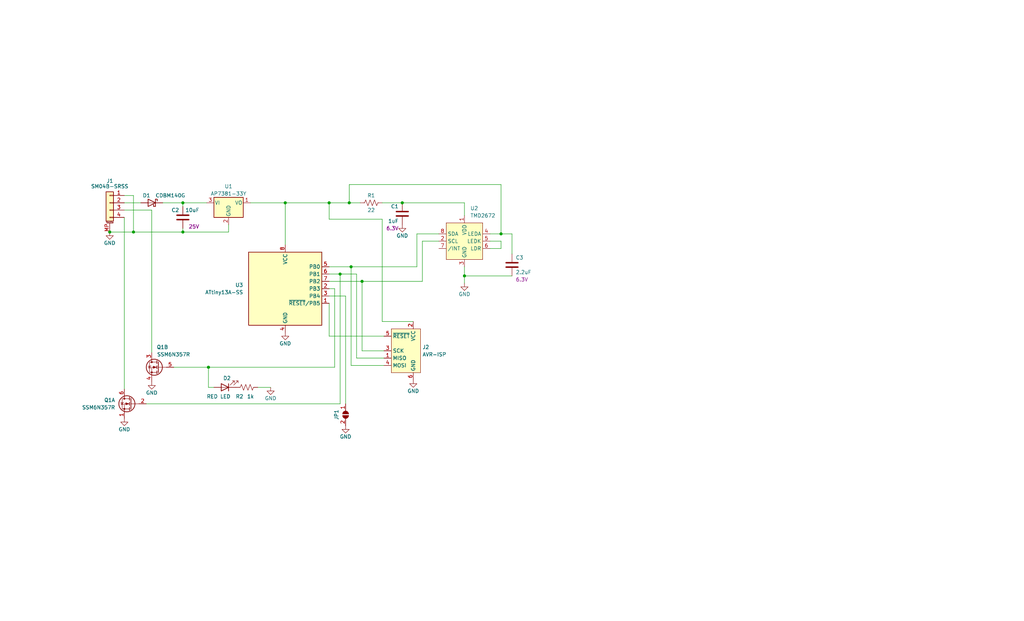
<source format=kicad_sch>
(kicad_sch (version 20211123) (generator eeschema)
  (paper "USLegal")
  (title_block (title "MSS Debugger v2.0") (company "Iowa Scaled Engineering"))
  (lib_symbols
    (symbol "Connector_Generic_MountingPin:Conn_01x04_MountingPin" (pin_names (offset 1.016) hide)
      (property "Reference" "J" (at 0 5.08 0))
      (property "Value" "Conn_01x04_MountingPin" (at 1.27 -7.62 0))
      (symbol "Conn_01x04_MountingPin_1_1"
        (rectangle (start -1.27 -4.953) (end 0 -5.207) (stroke (width 0.1524)))
        (rectangle (start -1.27 -2.413) (end 0 -2.667) (stroke (width 0.1524)))
        (rectangle (start -1.27 0.127) (end 0 -0.127) (stroke (width 0.1524)))
        (rectangle (start -1.27 2.667) (end 0 2.413) (stroke (width 0.1524)))
        (rectangle (start -1.27 3.81) (end 1.27 -6.35) (stroke (width 0.254)) (fill (type background)))
        (polyline (pts (xy -1.016 -7.112) (xy 1.016 -7.112)) (stroke (width 0.1524)))
        (text "Mounting" (at 0 -6.731 0) (effects (font (size 0.381 0.381))))
        (pin passive line (at -5.08 2.54 0) (length 3.81) (name "Pin_1") (number "1"))
        (pin passive line (at -5.08 0 0) (length 3.81) (name "Pin_2") (number "2"))
        (pin passive line (at -5.08 -2.54 0) (length 3.81) (name "Pin_3") (number "3"))
        (pin passive line (at -5.08 -5.08 0) (length 3.81) (name "Pin_4") (number "4"))
        (pin passive line (at 0 -10.16 90) (length 3.048) (name "MountPin") (number "MP"))
      )
    )
    (symbol "Device:C" (pin_numbers hide) (pin_names (offset 0.254))
      (property "Reference" "C" (at 0.635 2.54 0))
      (property "Value" "C" (at 0.635 -2.54 0))
      (symbol "C_0_1"
        (polyline (pts (xy -2.032 -0.762) (xy 2.032 -0.762)) (stroke (width 0.508)))
        (polyline (pts (xy -2.032 0.762) (xy 2.032 0.762)) (stroke (width 0.508)))
      )
      (symbol "C_1_1"
        (pin passive line (at 0 3.81 270) (length 2.794) (name "~") (number "1"))
        (pin passive line (at 0 -3.81 90) (length 2.794) (name "~") (number "2"))
      )
    )
    (symbol "Device:D_Schottky" (pin_numbers hide) (pin_names (offset 1.016) hide)
      (property "Reference" "D" (at 0 2.54 0))
      (property "Value" "D_Schottky" (at 0 -2.54 0))
      (symbol "D_Schottky_0_1"
        (polyline (pts (xy 1.27 0) (xy -1.27 0)))
        (polyline (pts (xy 1.27 1.27) (xy 1.27 -1.27) (xy -1.27 0) (xy 1.27 1.27)) (stroke (width 0.254)))
        (polyline (pts (xy -1.905 0.635) (xy -1.905 1.27) (xy -1.27 1.27) (xy -1.27 -1.27) (xy -0.635 -1.27) (xy -0.635 -0.635)) (stroke (width 0.254)))
      )
      (symbol "D_Schottky_1_1"
        (pin passive line (at -3.81 0 0) (length 2.54) (name "K") (number "1"))
        (pin passive line (at 3.81 0 180) (length 2.54) (name "A") (number "2"))
      )
    )
    (symbol "Device:LED" (pin_numbers hide) (pin_names (offset 1.016) hide)
      (property "Reference" "D" (at 0 2.54 0))
      (property "Value" "LED" (at 0 -2.54 0))
      (symbol "LED_0_1"
        (polyline (pts (xy -1.27 -1.27) (xy -1.27 1.27)) (stroke (width 0.254)))
        (polyline (pts (xy -1.27 0) (xy 1.27 0)))
        (polyline (pts (xy 1.27 -1.27) (xy 1.27 1.27) (xy -1.27 0) (xy 1.27 -1.27)) (stroke (width 0.254)))
        (polyline (pts (xy -3.048 -0.762) (xy -4.572 -2.286) (xy -3.81 -2.286) (xy -4.572 -2.286) (xy -4.572 -1.524)))
        (polyline (pts (xy -1.778 -0.762) (xy -3.302 -2.286) (xy -2.54 -2.286) (xy -3.302 -2.286) (xy -3.302 -1.524)))
      )
      (symbol "LED_1_1"
        (pin passive line (at -3.81 0 0) (length 2.54) (name "K") (number "1"))
        (pin passive line (at 3.81 0 180) (length 2.54) (name "A") (number "2"))
      )
    )
    (symbol "Device:R_US" (pin_numbers hide) (pin_names (offset 0))
      (property "Reference" "R" (at 2.54 0 90))
      (property "Value" "R_US" (at -2.54 0 90))
      (symbol "R_US_0_1"
        (polyline (pts (xy 0 -2.286) (xy 0 -2.54)))
        (polyline (pts (xy 0 2.286) (xy 0 2.54)))
        (polyline (pts (xy 0 -0.762) (xy 1.016 -1.143) (xy 0 -1.524) (xy -1.016 -1.905) (xy 0 -2.286)))
        (polyline (pts (xy 0 0.762) (xy 1.016 0.381) (xy 0 0) (xy -1.016 -0.381) (xy 0 -0.762)))
        (polyline (pts (xy 0 2.286) (xy 1.016 1.905) (xy 0 1.524) (xy -1.016 1.143) (xy 0 0.762)))
      )
      (symbol "R_US_1_1"
        (pin passive line (at 0 3.81 270) (length 1.27) (name "~") (number "1"))
        (pin passive line (at 0 -3.81 90) (length 1.27) (name "~") (number "2"))
      )
    )
    (symbol "ISE_Generic:Conn_AVR_TagConnect_TC2030" (in_bom no)
      (property "Reference" "J" (at 2.54 11.43 0))
      (property "Value" "Conn_AVR_TagConnect_TC2030" (at 5.08 8.89 0))
      (symbol "Conn_AVR_TagConnect_TC2030_0_0"
        (pin output line (at 7.62 -2.54 180) (length 2.54) (name "MISO") (number "1"))
        (pin power_in line (at -2.54 10.16 270) (length 2.54) (name "VCC") (number "2"))
        (pin input line (at 7.62 0 180) (length 2.54) (name "SCK") (number "3"))
        (pin input line (at 7.62 -5.08 180) (length 2.54) (name "MOSI") (number "4"))
        (pin open_collector line (at 7.62 5.08 180) (length 2.54) (name "~{RESET}") (number "5"))
        (pin power_in line (at -2.54 -10.16 90) (length 2.54) (name "GND") (number "6"))
      )
      (symbol "Conn_AVR_TagConnect_TC2030_0_1"
        (rectangle (start -5.08 7.62) (end 5.08 -7.62) (fill (type background)))
      )
    )
    (symbol "ISE_Generic:SSM6N357R" (pin_names hide)
      (property "Reference" "Q" (at 2.54 5.08 0))
      (property "Value" "SSM6N357R" (at 7.62 2.54 0))
      (symbol "SSM6N357R_0_1"
        (circle (center -0.889 0) (radius 2.794) (stroke (width 0.254)))
        (circle (center 0 -1.778) (radius 0.254) (fill (type outline)))
        (polyline (pts (xy -2.286 0) (xy -5.08 0)))
        (polyline (pts (xy -2.286 1.905) (xy -2.286 -1.905)) (stroke (width 0.254)))
        (polyline (pts (xy -1.778 -1.27) (xy -1.778 -2.286)) (stroke (width 0.254)))
        (polyline (pts (xy -1.778 0.508) (xy -1.778 -0.508)) (stroke (width 0.254)))
        (polyline (pts (xy -1.778 2.286) (xy -1.778 1.27)) (stroke (width 0.254)))
        (polyline (pts (xy 0 2.54) (xy 0 1.778)))
        (polyline (pts (xy 0 -2.54) (xy 0 0) (xy -1.778 0)))
        (polyline (pts (xy -1.778 -1.778) (xy 0.762 -1.778) (xy 0.762 1.778) (xy -1.778 1.778)))
        (polyline (pts (xy -1.524 0) (xy -0.508 0.381) (xy -0.508 -0.381) (xy -1.524 0)) (fill (type outline)))
        (polyline (pts (xy 0.254 0.508) (xy 0.381 0.381) (xy 1.143 0.381) (xy 1.27 0.254)))
        (polyline (pts (xy 0.762 0.381) (xy 0.381 -0.254) (xy 1.143 -0.254) (xy 0.762 0.381)))
        (circle (center 0 1.778) (radius 0.254) (fill (type outline)))
      )
      (symbol "SSM6N357R_1_1"
        (pin passive line (at 0 -5.08 90) (length 2.54) (name "S") (number "1"))
        (pin input line (at -7.62 0 0) (length 2.54) (name "G") (number "2"))
        (pin passive line (at 0 5.08 270) (length 2.54) (name "D") (number "6"))
      )
      (symbol "SSM6N357R_2_1"
        (pin passive line (at 0 5.08 270) (length 2.54) (name "D") (number "3"))
        (pin passive line (at 0 -5.08 90) (length 2.54) (name "S") (number "4"))
        (pin input line (at -7.62 0 0) (length 2.54) (name "G") (number "5"))
      )
    )
    (symbol "ISE_Generic:TMD2672"
      (property "Reference" "U" (at -11.43 -15.24 0))
      (property "Value" "TMD2672" (at -7.62 -17.78 0))
      (symbol "TMD2672_0_1"
        (rectangle (start -6.35 -2.54) (end 6.35 -15.24) (fill (type background)))
      )
      (symbol "TMD2672_1_1"
        (pin power_in line (at 0 0 270) (length 2.54) (name "VDD") (number "1"))
        (pin input line (at -8.89 -8.89 0) (length 2.54) (name "SCL") (number "2"))
        (pin power_in line (at 0 -17.78 90) (length 2.54) (name "GND") (number "3"))
        (pin bidirectional line (at 8.89 -6.35 180) (length 2.54) (name "LEDA") (number "4"))
        (pin bidirectional line (at 8.89 -8.89 180) (length 2.54) (name "LEDK") (number "5"))
        (pin bidirectional line (at 8.89 -11.43 180) (length 2.54) (name "LDR") (number "6"))
        (pin output line (at -8.89 -11.43 0) (length 2.54) (name "/INT") (number "7"))
        (pin input line (at -8.89 -6.35 0) (length 2.54) (name "SDA") (number "8"))
      )
    )
    (symbol "Jumper:SolderJumper_2_Open" (pin_names (offset 0) hide)
      (property "Reference" "JP" (at 0 2.032 0))
      (property "Value" "SolderJumper_2_Open" (at 0 -2.54 0))
      (symbol "SolderJumper_2_Open_0_1"
        (arc (start -0.254 1.016) (mid -1.27 0) (end -0.254 -1.016))
        (arc (start -0.254 1.016) (mid -1.27 0) (end -0.254 -1.016) (fill (type outline)))
        (polyline (pts (xy -0.254 1.016) (xy -0.254 -1.016)))
        (polyline (pts (xy 0.254 1.016) (xy 0.254 -1.016)))
        (arc (start 0.254 -1.016) (mid 1.27 0) (end 0.254 1.016))
        (arc (start 0.254 -1.016) (mid 1.27 0) (end 0.254 1.016) (fill (type outline)))
      )
      (symbol "SolderJumper_2_Open_1_1"
        (pin passive line (at -3.81 0 0) (length 2.54) (name "A") (number "1"))
        (pin passive line (at 3.81 0 180) (length 2.54) (name "B") (number "2"))
      )
    )
    (symbol "MCU_Microchip_ATtiny:ATtiny13A-SS"
      (property "Reference" "U" (at -12.7 13.97 0))
      (property "Value" "ATtiny13A-SS" (at 2.54 -13.97 0))
      (symbol "ATtiny13A-SS_0_1"
        (rectangle (start -12.7 -12.7) (end 12.7 12.7) (stroke (width 0.254)) (fill (type background)))
      )
      (symbol "ATtiny13A-SS_1_1"
        (pin bidirectional line (at 15.24 -5.08 180) (length 2.54) (name "~{RESET}/PB5") (number "1"))
        (pin bidirectional line (at 15.24 0 180) (length 2.54) (name "PB3") (number "2"))
        (pin bidirectional line (at 15.24 -2.54 180) (length 2.54) (name "PB4") (number "3"))
        (pin power_in line (at 0 -15.24 90) (length 2.54) (name "GND") (number "4"))
        (pin bidirectional line (at 15.24 7.62 180) (length 2.54) (name "PB0") (number "5"))
        (pin bidirectional line (at 15.24 5.08 180) (length 2.54) (name "PB1") (number "6"))
        (pin bidirectional line (at 15.24 2.54 180) (length 2.54) (name "PB2") (number "7"))
        (pin power_in line (at 0 15.24 270) (length 2.54) (name "VCC") (number "8"))
      )
    )
    (symbol "Regulator_Linear:AP7384-33Y" (pin_names (offset 0.254))
      (property "Reference" "U" (at -3.81 3.175 0))
      (property "Value" "AP7384-33Y" (at 0 3.175 0))
      (symbol "AP7384-33Y_0_1"
        (rectangle (start -5.08 1.905) (end 5.08 -5.08) (stroke (width 0.254)) (fill (type background)))
      )
      (symbol "AP7384-33Y_1_1"
        (pin power_out line (at 7.62 0 180) (length 2.54) (name "VO") (number "1"))
        (pin power_in line (at 0 -7.62 90) (length 2.54) (name "GND") (number "2"))
        (pin power_in line (at -7.62 0 0) (length 2.54) (name "VI") (number "3"))
      )
    )
    (symbol "power:GND" (power) (pin_names (offset 0))
      (property "Value" "GND" (at 0 -3.81 0))
      (symbol "GND_0_1"
        (polyline (pts (xy 0 0) (xy 0 -1.27) (xy 1.27 -1.27) (xy 0 -2.54) (xy -1.27 -1.27) (xy 0 -1.27)))
      )
      (symbol "GND_1_1"
        (pin power_in line (at 0 0 270) (length 0) hide (name "GND") (number "1"))
      )
    )
  )
  (junction (at 161.29 95.885))
  (junction (at 139.7 70.485))
  (junction (at 118.11 95.25))
  (junction (at 121.92 92.71))
  (junction (at 72.39 127.635))
  (junction (at 99.06 70.485))
  (junction (at 125.73 97.79))
  (junction (at 121.285 70.485))
  (junction (at 173.99 81.28))
  (junction (at 63.5 70.485))
  (junction (at 114.3 70.485))
  (junction (at 63.5 80.645))
  (junction (at 46.355 80.645))
  (junction (at 38.1 80.645))
  (wire (pts (xy 170.18 83.82) (xy 173.99 83.82)))
  (wire (pts (xy 132.715 70.485) (xy 139.7 70.485)))
  (wire (pts (xy 173.99 64.135) (xy 173.99 81.28)))
  (wire (pts (xy 118.11 95.25) (xy 118.11 140.335)))
  (wire (pts (xy 43.18 73.025) (xy 52.705 73.025)))
  (wire (pts (xy 161.29 98.425) (xy 161.29 95.885)))
  (wire (pts (xy 114.3 76.2) (xy 114.3 70.485)))
  (wire (pts (xy 132.715 111.76) (xy 132.715 76.2)))
  (wire (pts (xy 173.99 86.36) (xy 170.18 86.36)))
  (wire (pts (xy 133.35 121.92) (xy 125.73 121.92)))
  (wire (pts (xy 72.39 134.62) (xy 72.39 127.635)))
  (wire (pts (xy 118.11 95.25) (xy 123.825 95.25)))
  (wire (pts (xy 133.35 116.84) (xy 114.3 116.84)))
  (wire (pts (xy 132.715 76.2) (xy 114.3 76.2)))
  (wire (pts (xy 46.355 80.645) (xy 46.355 67.945)))
  (wire (pts (xy 46.355 67.945) (xy 43.18 67.945)))
  (wire (pts (xy 177.8 88.265) (xy 177.8 81.28)))
  (wire (pts (xy 79.375 80.645) (xy 63.5 80.645)))
  (wire (pts (xy 161.29 74.93) (xy 161.29 70.485)))
  (wire (pts (xy 144.78 81.28) (xy 152.4 81.28)))
  (wire (pts (xy 38.1 80.645) (xy 46.355 80.645)))
  (wire (pts (xy 72.39 127.635) (xy 116.205 127.635)))
  (wire (pts (xy 74.295 134.62) (xy 72.39 134.62)))
  (wire (pts (xy 146.685 83.82) (xy 146.685 97.79)))
  (wire (pts (xy 177.8 81.28) (xy 173.99 81.28)))
  (wire (pts (xy 144.78 92.71) (xy 144.78 81.28)))
  (wire (pts (xy 125.73 121.92) (xy 125.73 97.79)))
  (wire (pts (xy 114.3 102.87) (xy 120.015 102.87)))
  (wire (pts (xy 161.29 95.885) (xy 161.29 92.71)))
  (wire (pts (xy 173.99 83.82) (xy 173.99 86.36)))
  (wire (pts (xy 161.29 95.885) (xy 177.8 95.885)))
  (wire (pts (xy 43.18 75.565) (xy 43.18 135.255)))
  (wire (pts (xy 52.705 73.025) (xy 52.705 122.555)))
  (wire (pts (xy 152.4 83.82) (xy 146.685 83.82)))
  (wire (pts (xy 173.99 81.28) (xy 170.18 81.28)))
  (wire (pts (xy 114.3 95.25) (xy 118.11 95.25)))
  (wire (pts (xy 63.5 79.375) (xy 63.5 80.645)))
  (wire (pts (xy 86.995 70.485) (xy 99.06 70.485)))
  (wire (pts (xy 123.825 95.25) (xy 123.825 124.46)))
  (wire (pts (xy 121.92 127) (xy 121.92 92.71)))
  (wire (pts (xy 118.11 140.335) (xy 50.8 140.335)))
  (wire (pts (xy 43.18 70.485) (xy 48.895 70.485)))
  (wire (pts (xy 114.3 70.485) (xy 121.285 70.485)))
  (wire (pts (xy 146.685 97.79) (xy 125.73 97.79)))
  (wire (pts (xy 121.285 70.485) (xy 121.285 64.135)))
  (wire (pts (xy 79.375 78.105) (xy 79.375 80.645)))
  (wire (pts (xy 121.285 64.135) (xy 173.99 64.135)))
  (wire (pts (xy 99.06 70.485) (xy 114.3 70.485)))
  (wire (pts (xy 133.35 127) (xy 121.92 127)))
  (wire (pts (xy 125.73 97.79) (xy 114.3 97.79)))
  (wire (pts (xy 63.5 80.645) (xy 46.355 80.645)))
  (wire (pts (xy 63.5 70.485) (xy 63.5 71.755)))
  (wire (pts (xy 63.5 70.485) (xy 71.755 70.485)))
  (wire (pts (xy 114.3 92.71) (xy 121.92 92.71)))
  (wire (pts (xy 121.92 92.71) (xy 144.78 92.71)))
  (wire (pts (xy 89.535 134.62) (xy 93.98 134.62)))
  (wire (pts (xy 116.205 100.33) (xy 114.3 100.33)))
  (wire (pts (xy 114.3 116.84) (xy 114.3 105.41)))
  (wire (pts (xy 121.285 70.485) (xy 125.095 70.485)))
  (wire (pts (xy 60.325 127.635) (xy 72.39 127.635)))
  (wire (pts (xy 123.825 124.46) (xy 133.35 124.46)))
  (wire (pts (xy 56.515 70.485) (xy 63.5 70.485)))
  (wire (pts (xy 99.06 70.485) (xy 99.06 85.09)))
  (wire (pts (xy 120.015 102.87) (xy 120.015 140.335)))
  (wire (pts (xy 161.29 70.485) (xy 139.7 70.485)))
  (wire (pts (xy 143.51 111.76) (xy 132.715 111.76)))
  (wire (pts (xy 116.205 127.635) (xy 116.205 100.33)))
  (symbol (lib_id "Device:C") (at 139.7 74.295 0) (mirror y) (unit 1)
    (property "Reference" "C1" (at 138.43 71.755 0) (effects (justify left)))
    (property "Value" "1uF" (at 138.43 76.835 0) (effects (justify left)))
    (property "Footprint" "Capacitor_SMD:C_0805_2012Metric" (effects hide))
    (property "Voltage" "6.3V" (at 138.43 79.375 0) (effects (justify left)))
  )
  (symbol (lib_id "power:GND") (at 99.06 115.57 0) (unit 1)
    (property "Reference" "#PWR04" (effects hide))
    (property "Value" "GND" (at 99.06 119.38 0))
  )
  (symbol (lib_id "ISE_Generic:SSM6N357R") (at 52.705 127.635 0) (mirror y) (unit 2)
    (property "Reference" "Q1" (at 58.42 120.65 0) (effects (justify left)))
    (property "Value" "SSM6N357R" (at 66.04 123.19 0) (effects (justify left)))
    (property "Footprint" "ISE_Generic:TSOP6F" (effects hide))
  )
  (symbol (lib_id "Connector_Generic_MountingPin:Conn_01x04_MountingPin") (at 38.1 70.485 0) (mirror y) (unit 1)
    (property "Reference" "J1" (at 39.37 62.865 0) (effects (justify left)))
    (property "Value" "SM04B-SRSS" (at 38.1 64.77 0))
    (property "Footprint" "Connector_JST:JST_SH_SM04B-SRSS-TB_1x04-1MP_P1.00mm_Horizontal" (effects hide))
  )
  (symbol (lib_id "Device:C") (at 63.5 75.565 0) (mirror y) (unit 1)
    (property "Reference" "C2" (at 62.23 73.025 0) (effects (justify left)))
    (property "Value" "10uF" (at 69.215 73.025 0) (effects (justify left)))
    (property "Footprint" "Capacitor_SMD:C_0805_2012Metric" (effects hide))
    (property "Voltage" "25V" (at 69.215 78.74 0) (effects (justify left)))
  )
  (symbol (lib_id "ISE_Generic:SSM6N357R") (at 43.18 140.335 0) (mirror y) (unit 1)
    (property "Reference" "Q1" (at 40.005 139.0649 0) (effects (justify left)))
    (property "Value" "SSM6N357R" (at 40.005 141.6049 0) (effects (justify left)))
    (property "Footprint" "ISE_Generic:TSOP6F" (effects hide))
  )
  (symbol (lib_id "Device:C") (at 177.8 92.075 0) (unit 1)
    (property "Reference" "C3" (at 179.07 89.535 0) (effects (justify left)))
    (property "Value" "2.2uF" (at 179.07 94.615 0) (effects (justify left)))
    (property "Footprint" "Capacitor_SMD:C_0805_2012Metric" (effects hide))
    (property "Voltage" "6.3V" (at 179.07 97.155 0) (effects (justify left)))
  )
  (symbol (lib_id "power:GND") (at 139.7 78.105 0) (unit 1)
    (property "Reference" "#PWR01" (effects hide))
    (property "Value" "GND" (at 139.7 81.915 0))
  )
  (symbol (lib_id "ISE_Generic:TMD2672") (at 161.29 74.93 0) (unit 1)
    (property "Reference" "U2" (at 163.3094 72.39 0) (effects (justify left)))
    (property "Value" "TMD2672" (at 163.3094 74.93 0) (effects (justify left)))
    (property "Footprint" "ISE_Generic:TMD2672" (effects hide))
  )
  (symbol (lib_id "Regulator_Linear:AP7384-33Y") (at 79.375 70.485 0) (unit 1)
    (property "Reference" "U1" (at 79.375 64.77 0))
    (property "Value" "AP7381-33Y" (at 79.375 67.31 0))
    (property "Footprint" "ISE_Generic:SOT-89-3" (effects hide))
    (property "Datasheet" "https://www.diodes.com/assets/Datasheets/AP7381.pdf" (effects hide))
  )
  (symbol (lib_id "power:GND") (at 43.18 145.415 0) (unit 1)
    (property "Reference" "#PWR08" (effects hide))
    (property "Value" "GND" (at 43.18 149.225 0))
  )
  (symbol (lib_id "Device:D_Schottky") (at 52.705 70.485 0) (mirror y) (unit 1)
    (property "Reference" "D1" (at 49.53 67.945 0) (effects (justify right)))
    (property "Value" "CDBM140G" (at 53.975 67.945 0) (effects (justify right)))
    (property "Footprint" "ISE_Generic:SOD-123T" (effects hide))
  )
  (symbol (lib_id "power:GND") (at 52.705 132.715 0) (unit 1)
    (property "Reference" "#PWR06" (effects hide))
    (property "Value" "GND" (at 52.705 136.525 0))
  )
  (symbol (lib_id "MCU_Microchip_ATtiny:ATtiny13A-SS") (at 99.06 100.33 0) (unit 1)
    (property "Reference" "U3" (at 84.455 99.0599 0) (effects (justify right)))
    (property "Value" "ATtiny13A-SS" (at 84.455 101.5999 0) (effects (justify right)))
    (property "Footprint" "Package_SO:SOIC-8_3.9x4.9mm_P1.27mm" (effects hide))
    (property "Datasheet" "http://ww1.microchip.com/downloads/en/DeviceDoc/doc8126.pdf" (effects hide))
  )
  (symbol (lib_id "Jumper:SolderJumper_2_Open") (at 120.015 144.145 90) (mirror x) (unit 1)
    (property "Reference" "JP1" (at 116.84 144.145 0))
    (property "Value" "SolderJumper_2_Open" (effects hide))
    (property "Footprint" "Jumper:SolderJumper-2_P1.3mm_Open_RoundedPad1.0x1.5mm" (effects hide))
  )
  (symbol (lib_id "Device:LED") (at 78.105 134.62 180) (unit 1)
    (property "Reference" "D2" (at 77.47 131.445 0) (effects (justify right)))
    (property "Value" "RED LED" (at 71.755 137.795 0) (effects (justify right)))
    (property "Footprint" "LED_SMD:LED_0805_2012Metric" (effects hide))
  )
  (symbol (lib_id "power:GND") (at 38.1 80.645 0) (unit 1)
    (property "Reference" "#PWR02" (effects hide))
    (property "Value" "GND" (at 38.1 84.455 0))
  )
  (symbol (lib_id "power:GND") (at 161.29 98.425 0) (unit 1)
    (property "Reference" "#PWR03" (effects hide))
    (property "Value" "GND" (at 161.29 102.235 0))
  )
  (symbol (lib_id "power:GND") (at 120.015 147.955 0) (unit 1)
    (property "Reference" "#PWR09" (effects hide))
    (property "Value" "GND" (at 120.015 151.765 0))
  )
  (symbol (lib_id "power:GND") (at 143.51 132.08 0) (unit 1)
    (property "Reference" "#PWR05" (effects hide))
    (property "Value" "GND" (at 143.51 135.89 0))
  )
  (symbol (lib_id "power:GND") (at 93.98 134.62 0) (unit 1)
    (property "Reference" "#PWR07" (effects hide))
    (property "Value" "GND" (at 93.98 138.43 0))
  )
  (symbol (lib_id "Device:R_US") (at 128.905 70.485 270) (unit 1)
    (property "Reference" "R1" (at 128.905 67.945 90))
    (property "Value" "22" (at 128.905 73.025 90))
    (property "Footprint" "Resistor_SMD:R_0805_2012Metric" (effects hide))
  )
  (symbol (lib_id "Device:R_US") (at 85.725 134.62 270) (unit 1)
    (property "Reference" "R2" (at 83.185 137.795 90))
    (property "Value" "1k" (at 86.995 137.795 90))
    (property "Footprint" "Resistor_SMD:R_0805_2012Metric" (effects hide))
  )
  (symbol (lib_id "ISE_Generic:Conn_AVR_TagConnect_TC2030") (at 140.97 121.92 0) (mirror y) (unit 1) (in_bom no)
    (property "Reference" "J2" (at 146.685 120.6499 0) (effects (justify right)))
    (property "Value" "AVR-ISP" (at 146.685 123.1899 0) (effects (justify right)))
    (property "Footprint" "Connector:Tag-Connect_TC2030-IDC-NL_2x03_P1.27mm_Vertical" (effects hide))
    (property "Datasheet" "https://www.tag-connect.com/wp-content/uploads/bsk-pdf-manager/TC2030-CTX_1.pdf" (effects hide))
  )
)
</source>
